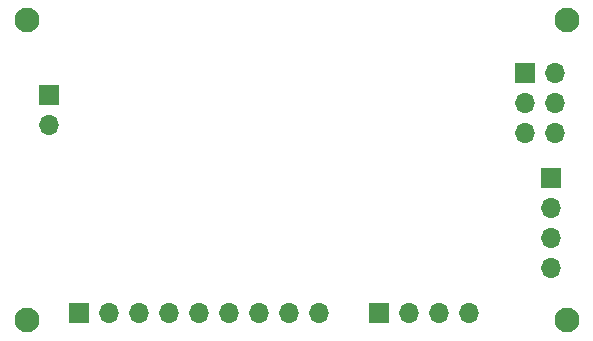
<source format=gbs>
%TF.GenerationSoftware,KiCad,Pcbnew,(6.0.6)*%
%TF.CreationDate,2022-11-25T13:48:06+01:00*%
%TF.ProjectId,MCU DataLogger,4d435520-4461-4746-914c-6f676765722e,1*%
%TF.SameCoordinates,Original*%
%TF.FileFunction,Soldermask,Bot*%
%TF.FilePolarity,Negative*%
%FSLAX46Y46*%
G04 Gerber Fmt 4.6, Leading zero omitted, Abs format (unit mm)*
G04 Created by KiCad (PCBNEW (6.0.6)) date 2022-11-25 13:48:06*
%MOMM*%
%LPD*%
G01*
G04 APERTURE LIST*
%ADD10R,1.700000X1.700000*%
%ADD11O,1.700000X1.700000*%
%ADD12C,2.100000*%
G04 APERTURE END LIST*
D10*
%TO.C,BT1*%
X42545000Y-92710000D03*
D11*
X42545000Y-95250000D03*
%TD*%
D12*
%TO.C,H4*%
X86360000Y-111760000D03*
%TD*%
%TO.C,H2*%
X40640000Y-111760000D03*
%TD*%
D10*
%TO.C,J3*%
X45085000Y-111125000D03*
D11*
X47625000Y-111125000D03*
X50165000Y-111125000D03*
X52705000Y-111125000D03*
X55245000Y-111125000D03*
X57785000Y-111125000D03*
X60325000Y-111125000D03*
X62865000Y-111125000D03*
X65405000Y-111125000D03*
%TD*%
D10*
%TO.C,J2*%
X70495000Y-111125000D03*
D11*
X73035000Y-111125000D03*
X75575000Y-111125000D03*
X78115000Y-111125000D03*
%TD*%
D12*
%TO.C,H3*%
X86360000Y-86360000D03*
%TD*%
%TO.C,H1*%
X40640000Y-86360000D03*
%TD*%
D11*
%TO.C,J4*%
X85344000Y-95900000D03*
X82804000Y-95900000D03*
X85344000Y-93360000D03*
X82804000Y-93360000D03*
X85344000Y-90820000D03*
D10*
X82804000Y-90820000D03*
%TD*%
%TO.C,J1*%
X85085000Y-99710000D03*
D11*
X85085000Y-102250000D03*
X85085000Y-104790000D03*
X85085000Y-107330000D03*
%TD*%
M02*

</source>
